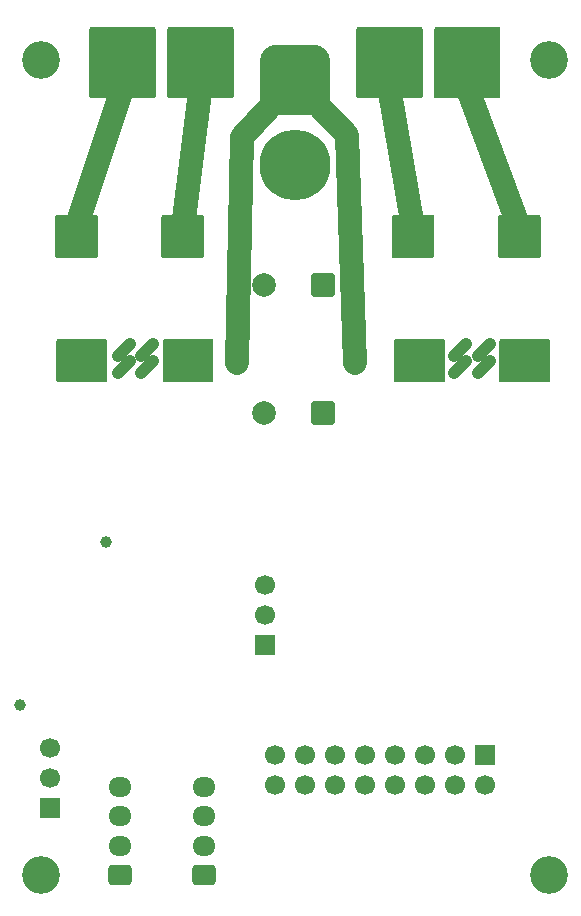
<source format=gbr>
%TF.GenerationSoftware,KiCad,Pcbnew,9.0.4*%
%TF.CreationDate,2025-10-07T17:21:45+07:00*%
%TF.ProjectId,duodrive,64756f64-7269-4766-952e-6b696361645f,rev?*%
%TF.SameCoordinates,Original*%
%TF.FileFunction,Soldermask,Bot*%
%TF.FilePolarity,Negative*%
%FSLAX46Y46*%
G04 Gerber Fmt 4.6, Leading zero omitted, Abs format (unit mm)*
G04 Created by KiCad (PCBNEW 9.0.4) date 2025-10-07 17:21:45*
%MOMM*%
%LPD*%
G01*
G04 APERTURE LIST*
G04 Aperture macros list*
%AMRoundRect*
0 Rectangle with rounded corners*
0 $1 Rounding radius*
0 $2 $3 $4 $5 $6 $7 $8 $9 X,Y pos of 4 corners*
0 Add a 4 corners polygon primitive as box body*
4,1,4,$2,$3,$4,$5,$6,$7,$8,$9,$2,$3,0*
0 Add four circle primitives for the rounded corners*
1,1,$1+$1,$2,$3*
1,1,$1+$1,$4,$5*
1,1,$1+$1,$6,$7*
1,1,$1+$1,$8,$9*
0 Add four rect primitives between the rounded corners*
20,1,$1+$1,$2,$3,$4,$5,0*
20,1,$1+$1,$4,$5,$6,$7,0*
20,1,$1+$1,$6,$7,$8,$9,0*
20,1,$1+$1,$8,$9,$2,$3,0*%
G04 Aperture macros list end*
%ADD10C,2.000000*%
%ADD11C,1.000000*%
%ADD12C,3.200000*%
%ADD13RoundRect,0.250000X0.750000X0.750000X-0.750000X0.750000X-0.750000X-0.750000X0.750000X-0.750000X0*%
%ADD14C,2.000000*%
%ADD15RoundRect,0.250001X0.949999X0.949999X-0.949999X0.949999X-0.949999X-0.949999X0.949999X-0.949999X0*%
%ADD16C,2.400000*%
%ADD17RoundRect,0.250000X0.725000X-0.600000X0.725000X0.600000X-0.725000X0.600000X-0.725000X-0.600000X0*%
%ADD18O,1.950000X1.700000*%
%ADD19RoundRect,1.500000X-1.500000X1.500000X-1.500000X-1.500000X1.500000X-1.500000X1.500000X1.500000X0*%
%ADD20C,6.000000*%
%ADD21R,1.700000X1.700000*%
%ADD22C,1.700000*%
%ADD23C,1.000000*%
G04 APERTURE END LIST*
D10*
X118900000Y-59350000D02*
X119600000Y-78600000D01*
X110000000Y-59500000D02*
X109600000Y-78600000D01*
X106500000Y-55700000D02*
X105000000Y-67100000D01*
D11*
X131000000Y-77000000D02*
X130000000Y-78000000D01*
X129000000Y-77000000D02*
X128000000Y-78000000D01*
D10*
X122500000Y-55300000D02*
X124500000Y-67100000D01*
D11*
X102500000Y-77000000D02*
X101500000Y-78000000D01*
X100500000Y-78500000D02*
X99500000Y-79500000D01*
D10*
X114500000Y-54700000D02*
X110000000Y-59500000D01*
D11*
X102500000Y-78500000D02*
X101500000Y-79500000D01*
X129000000Y-78500000D02*
X128000000Y-79500000D01*
D10*
X114300000Y-54550000D02*
X118900000Y-59350000D01*
X99900000Y-55300000D02*
X96000000Y-67100000D01*
D11*
X100500000Y-77000000D02*
X99500000Y-78000000D01*
X131000000Y-78500000D02*
X130000000Y-79500000D01*
D10*
X129100000Y-55300000D02*
X133500000Y-67100000D01*
D12*
%TO.C,H3*%
X93000000Y-122000000D03*
%TD*%
D13*
%TO.C,C1*%
X116867676Y-72000000D03*
D14*
X111867676Y-72000000D03*
%TD*%
D12*
%TO.C,H4*%
X136000000Y-122000000D03*
%TD*%
D15*
%TO.C,J9*%
X104950000Y-51432500D03*
D16*
X101450000Y-51432500D03*
%TD*%
D15*
%TO.C,J10*%
X127550000Y-51432500D03*
D16*
X124050000Y-51432500D03*
%TD*%
D17*
%TO.C,J8*%
X106800000Y-122000000D03*
D18*
X106800000Y-119500000D03*
X106800000Y-117000000D03*
X106800000Y-114500000D03*
%TD*%
D12*
%TO.C,H2*%
X136000000Y-53000000D03*
%TD*%
D13*
%TO.C,C3*%
X116867676Y-82900000D03*
D14*
X111867676Y-82900000D03*
%TD*%
D19*
%TO.C,J1*%
X114500000Y-54700000D03*
D20*
X114500000Y-61900000D03*
%TD*%
D21*
%TO.C,J3*%
X112000000Y-102525000D03*
D22*
X112000000Y-99985000D03*
X112000000Y-97445001D03*
%TD*%
D23*
%TO.C,TP1*%
X98500000Y-93800000D03*
%TD*%
D17*
%TO.C,J7*%
X99675000Y-122000000D03*
D18*
X99675000Y-119500000D03*
X99675000Y-117000000D03*
X99675000Y-114500000D03*
%TD*%
D12*
%TO.C,H1*%
X93000000Y-53000000D03*
%TD*%
D21*
%TO.C,J2*%
X130590001Y-111840000D03*
D22*
X130590001Y-114380000D03*
X128050001Y-111840000D03*
X128050001Y-114380000D03*
X125510002Y-111840000D03*
X125510001Y-114380000D03*
X122970001Y-111840000D03*
X122970001Y-114380000D03*
X120430001Y-111840000D03*
X120430001Y-114380000D03*
X117890001Y-111840000D03*
X117890001Y-114380000D03*
X115350001Y-111840000D03*
X115350001Y-114380000D03*
X112810000Y-111840000D03*
X112810001Y-114380000D03*
%TD*%
D21*
%TO.C,JP2*%
X93800000Y-116340000D03*
D22*
X93800000Y-113800000D03*
X93800000Y-111260001D03*
%TD*%
D23*
%TO.C,TP2*%
X91200000Y-107600000D03*
%TD*%
G36*
X98543039Y-76619685D02*
G01*
X98588794Y-76672489D01*
X98600000Y-76724000D01*
X98600000Y-80126000D01*
X98580315Y-80193039D01*
X98527511Y-80238794D01*
X98476000Y-80250000D01*
X94424000Y-80250000D01*
X94356961Y-80230315D01*
X94311206Y-80177511D01*
X94300000Y-80126000D01*
X94300000Y-76724000D01*
X94319685Y-76656961D01*
X94372489Y-76611206D01*
X94424000Y-76600000D01*
X98476000Y-76600000D01*
X98543039Y-76619685D01*
G37*
G36*
X109243039Y-50217208D02*
G01*
X109288794Y-50270012D01*
X109300000Y-50321523D01*
X109300000Y-56073523D01*
X109280315Y-56140562D01*
X109227511Y-56186317D01*
X109176000Y-56197523D01*
X103824000Y-56197523D01*
X103756961Y-56177838D01*
X103711206Y-56125034D01*
X103700000Y-56073523D01*
X103700000Y-50321523D01*
X103719685Y-50254484D01*
X103772489Y-50208729D01*
X103824000Y-50197523D01*
X109176000Y-50197523D01*
X109243039Y-50217208D01*
G37*
G36*
X131843039Y-50219685D02*
G01*
X131888794Y-50272489D01*
X131900000Y-50324000D01*
X131900000Y-56076000D01*
X131880315Y-56143039D01*
X131827511Y-56188794D01*
X131776000Y-56200000D01*
X126424000Y-56200000D01*
X126356961Y-56180315D01*
X126311206Y-56127511D01*
X126300000Y-56076000D01*
X126300000Y-50324000D01*
X126319685Y-50256961D01*
X126372489Y-50211206D01*
X126424000Y-50200000D01*
X131776000Y-50200000D01*
X131843039Y-50219685D01*
G37*
G36*
X125243039Y-50219685D02*
G01*
X125288794Y-50272489D01*
X125300000Y-50324000D01*
X125300000Y-56076000D01*
X125280315Y-56143039D01*
X125227511Y-56188794D01*
X125176000Y-56200000D01*
X119824000Y-56200000D01*
X119756961Y-56180315D01*
X119711206Y-56127511D01*
X119700000Y-56076000D01*
X119700000Y-50324000D01*
X119719685Y-50256961D01*
X119772489Y-50211206D01*
X119824000Y-50200000D01*
X125176000Y-50200000D01*
X125243039Y-50219685D01*
G37*
G36*
X136043039Y-76619685D02*
G01*
X136088794Y-76672489D01*
X136100000Y-76724000D01*
X136100000Y-80126000D01*
X136080315Y-80193039D01*
X136027511Y-80238794D01*
X135976000Y-80250000D01*
X131924000Y-80250000D01*
X131856961Y-80230315D01*
X131811206Y-80177511D01*
X131800000Y-80126000D01*
X131800000Y-76724000D01*
X131819685Y-76656961D01*
X131872489Y-76611206D01*
X131924000Y-76600000D01*
X135976000Y-76600000D01*
X136043039Y-76619685D01*
G37*
G36*
X102643039Y-50219685D02*
G01*
X102688794Y-50272489D01*
X102700000Y-50324000D01*
X102700000Y-56076000D01*
X102680315Y-56143039D01*
X102627511Y-56188794D01*
X102576000Y-56200000D01*
X97224000Y-56200000D01*
X97156961Y-56180315D01*
X97111206Y-56127511D01*
X97100000Y-56076000D01*
X97100000Y-50324000D01*
X97119685Y-50256961D01*
X97172489Y-50211206D01*
X97224000Y-50200000D01*
X102576000Y-50200000D01*
X102643039Y-50219685D01*
G37*
G36*
X107543039Y-76619685D02*
G01*
X107588794Y-76672489D01*
X107600000Y-76724000D01*
X107600000Y-80126000D01*
X107580315Y-80193039D01*
X107527511Y-80238794D01*
X107476000Y-80250000D01*
X103424000Y-80250000D01*
X103356961Y-80230315D01*
X103311206Y-80177511D01*
X103300000Y-80126000D01*
X103300000Y-76724000D01*
X103319685Y-76656961D01*
X103372489Y-76611206D01*
X103424000Y-76600000D01*
X107476000Y-76600000D01*
X107543039Y-76619685D01*
G37*
G36*
X127143039Y-76619685D02*
G01*
X127188794Y-76672489D01*
X127200000Y-76724000D01*
X127200000Y-80126000D01*
X127180315Y-80193039D01*
X127127511Y-80238794D01*
X127076000Y-80250000D01*
X123024000Y-80250000D01*
X122956961Y-80230315D01*
X122911206Y-80177511D01*
X122900000Y-80126000D01*
X122900000Y-76724000D01*
X122919685Y-76656961D01*
X122972489Y-76611206D01*
X123024000Y-76600000D01*
X127076000Y-76600000D01*
X127143039Y-76619685D01*
G37*
G36*
X135243039Y-66119685D02*
G01*
X135288794Y-66172489D01*
X135300000Y-66224000D01*
X135300000Y-69576000D01*
X135280315Y-69643039D01*
X135227511Y-69688794D01*
X135176000Y-69700000D01*
X131824000Y-69700000D01*
X131756961Y-69680315D01*
X131711206Y-69627511D01*
X131700000Y-69576000D01*
X131700000Y-66224000D01*
X131719685Y-66156961D01*
X131772489Y-66111206D01*
X131824000Y-66100000D01*
X135176000Y-66100000D01*
X135243039Y-66119685D01*
G37*
G36*
X126243039Y-66119685D02*
G01*
X126288794Y-66172489D01*
X126300000Y-66224000D01*
X126300000Y-69576000D01*
X126280315Y-69643039D01*
X126227511Y-69688794D01*
X126176000Y-69700000D01*
X122824000Y-69700000D01*
X122756961Y-69680315D01*
X122711206Y-69627511D01*
X122700000Y-69576000D01*
X122700000Y-66224000D01*
X122719685Y-66156961D01*
X122772489Y-66111206D01*
X122824000Y-66100000D01*
X126176000Y-66100000D01*
X126243039Y-66119685D01*
G37*
G36*
X97743039Y-66119685D02*
G01*
X97788794Y-66172489D01*
X97800000Y-66224000D01*
X97800000Y-69576000D01*
X97780315Y-69643039D01*
X97727511Y-69688794D01*
X97676000Y-69700000D01*
X94324000Y-69700000D01*
X94256961Y-69680315D01*
X94211206Y-69627511D01*
X94200000Y-69576000D01*
X94200000Y-66224000D01*
X94219685Y-66156961D01*
X94272489Y-66111206D01*
X94324000Y-66100000D01*
X97676000Y-66100000D01*
X97743039Y-66119685D01*
G37*
G36*
X106743039Y-66119685D02*
G01*
X106788794Y-66172489D01*
X106800000Y-66224000D01*
X106800000Y-69576000D01*
X106780315Y-69643039D01*
X106727511Y-69688794D01*
X106676000Y-69700000D01*
X103324000Y-69700000D01*
X103256961Y-69680315D01*
X103211206Y-69627511D01*
X103200000Y-69576000D01*
X103200000Y-66224000D01*
X103219685Y-66156961D01*
X103272489Y-66111206D01*
X103324000Y-66100000D01*
X106676000Y-66100000D01*
X106743039Y-66119685D01*
G37*
M02*

</source>
